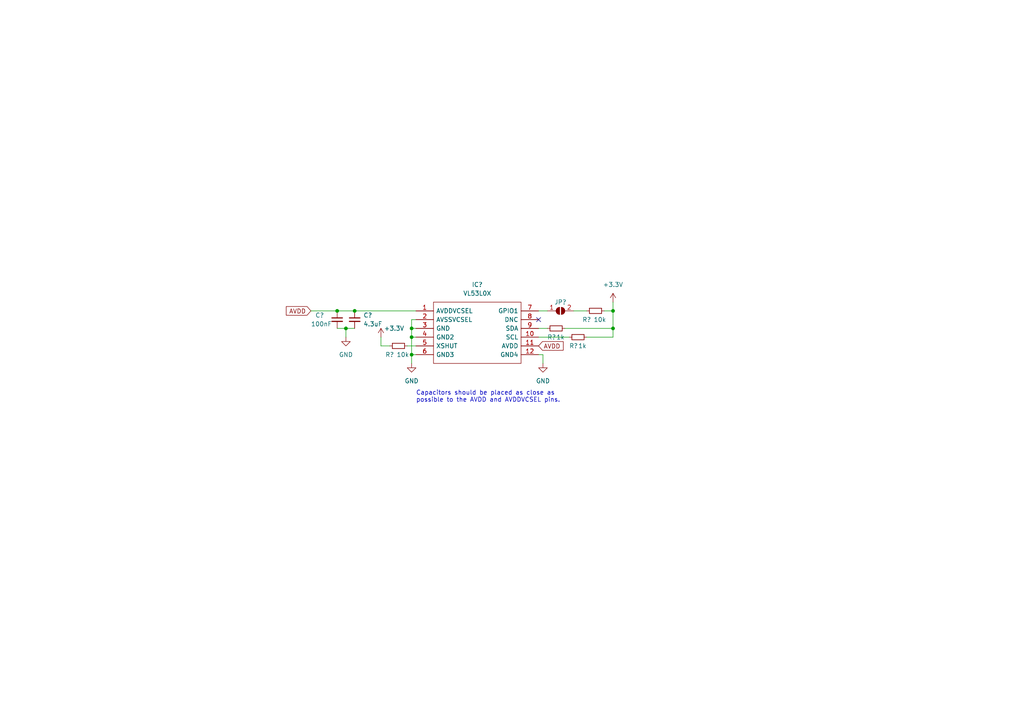
<source format=kicad_sch>
(kicad_sch (version 20211123) (generator eeschema)
  (paper "A4")
  (title_block (title "ESE Project TOF Sensor") (date "2022-10-03") (company "ENSEA"))
  (lib_symbols
    (symbol "Capteur TOF VL53L0X:VL53L0X" (pin_names (offset 0.762))
      (property "Reference" "IC" (at 31.75 7.62 0))
      (property "Value" "VL53L0X" (at 31.75 5.08 0))
      (symbol "VL53L0X_0_0"
        (pin passive line (at 0 0 0) (length 5.08) (name "AVDDVCSEL") (number "1"))
        (pin passive line (at 35.56 -7.62 180) (length 5.08) (name "SCL") (number "10"))
        (pin passive line (at 35.56 -10.16 180) (length 5.08) (name "AVDD") (number "11"))
        (pin passive line (at 35.56 -12.7 180) (length 5.08) (name "GND4") (number "12"))
        (pin passive line (at 0 -2.54 0) (length 5.08) (name "AVSSVCSEL") (number "2"))
        (pin passive line (at 0 -5.08 0) (length 5.08) (name "GND") (number "3"))
        (pin passive line (at 0 -7.62 0) (length 5.08) (name "GND2") (number "4"))
        (pin passive line (at 0 -10.16 0) (length 5.08) (name "XSHUT") (number "5"))
        (pin passive line (at 0 -12.7 0) (length 5.08) (name "GND3") (number "6"))
        (pin passive line (at 35.56 0 180) (length 5.08) (name "GPIO1") (number "7"))
        (pin passive line (at 35.56 -2.54 180) (length 5.08) (name "DNC") (number "8"))
        (pin passive line (at 35.56 -5.08 180) (length 5.08) (name "SDA") (number "9"))
      )
      (symbol "VL53L0X_0_1"
        (polyline (pts (xy 5.08 2.54) (xy 30.48 2.54) (xy 30.48 -15.24) (xy 5.08 -15.24) (xy 5.08 2.54)) (stroke (width 0.1524)))
      )
    )
    (symbol "Device:C_Small" (pin_numbers hide) (pin_names (offset 0.254) hide)
      (property "Reference" "C" (at 0.254 1.778 0))
      (property "Value" "C_Small" (at 0.254 -2.032 0))
      (symbol "C_Small_0_1"
        (polyline (pts (xy -1.524 -0.508) (xy 1.524 -0.508)) (stroke (width 0.3302)))
        (polyline (pts (xy -1.524 0.508) (xy 1.524 0.508)) (stroke (width 0.3048)))
      )
      (symbol "C_Small_1_1"
        (pin passive line (at 0 2.54 270) (length 2.032) (name "~") (number "1"))
        (pin passive line (at 0 -2.54 90) (length 2.032) (name "~") (number "2"))
      )
    )
    (symbol "Device:R_Small" (pin_numbers hide) (pin_names (offset 0.254) hide)
      (property "Reference" "R" (at 0.762 0.508 0))
      (property "Value" "R_Small" (at 0.762 -1.016 0))
      (symbol "R_Small_0_1"
        (rectangle (start -0.762 1.778) (end 0.762 -1.778) (stroke (width 0.2032)))
      )
      (symbol "R_Small_1_1"
        (pin passive line (at 0 2.54 270) (length 0.762) (name "~") (number "1"))
        (pin passive line (at 0 -2.54 90) (length 0.762) (name "~") (number "2"))
      )
    )
    (symbol "Jumper:SolderJumper_2_Open" (pin_names (offset 0) hide)
      (property "Reference" "JP" (at 0 2.032 0))
      (property "Value" "SolderJumper_2_Open" (at 0 -2.54 0))
      (symbol "SolderJumper_2_Open_0_1"
        (arc (start -0.254 1.016) (mid -1.27 0) (end -0.254 -1.016))
        (arc (start -0.254 1.016) (mid -1.27 0) (end -0.254 -1.016) (fill (type outline)))
        (polyline (pts (xy -0.254 1.016) (xy -0.254 -1.016)))
        (polyline (pts (xy 0.254 1.016) (xy 0.254 -1.016)))
        (arc (start 0.254 -1.016) (mid 1.27 0) (end 0.254 1.016))
        (arc (start 0.254 -1.016) (mid 1.27 0) (end 0.254 1.016) (fill (type outline)))
      )
      (symbol "SolderJumper_2_Open_1_1"
        (pin passive line (at -3.81 0 0) (length 2.54) (name "A") (number "1"))
        (pin passive line (at 3.81 0 180) (length 2.54) (name "B") (number "2"))
      )
    )
    (symbol "power:+3.3V" (power) (pin_names (offset 0))
      (property "Value" "+3.3V" (at 0 3.556 0))
      (symbol "+3.3V_0_1"
        (polyline (pts (xy -0.762 1.27) (xy 0 2.54)))
        (polyline (pts (xy 0 0) (xy 0 2.54)))
        (polyline (pts (xy 0 2.54) (xy 0.762 1.27)))
      )
      (symbol "+3.3V_1_1"
        (pin power_in line (at 0 0 90) (length 0) hide (name "+3.3V") (number "1"))
      )
    )
    (symbol "power:GND" (power) (pin_names (offset 0))
      (property "Value" "GND" (at 0 -3.81 0))
      (symbol "GND_0_1"
        (polyline (pts (xy 0 0) (xy 0 -1.27) (xy 1.27 -1.27) (xy 0 -2.54) (xy -1.27 -1.27) (xy 0 -1.27)))
      )
      (symbol "GND_1_1"
        (pin power_in line (at 0 0 270) (length 0) hide (name "GND") (number "1"))
      )
    )
  )
  (junction (at 102.87 90.17))
  (junction (at 100.33 95.25))
  (junction (at 177.8 90.17))
  (junction (at 119.38 97.79))
  (junction (at 97.79 90.17))
  (junction (at 177.8 95.25))
  (junction (at 119.38 102.87))
  (junction (at 119.38 95.25))
  (no_connect (at 156.21 92.71))
  (wire (pts (xy 119.38 95.25) (xy 120.65 95.25)))
  (wire (pts (xy 163.83 95.25) (xy 177.8 95.25)))
  (wire (pts (xy 177.8 97.79) (xy 177.8 95.25)))
  (wire (pts (xy 100.33 95.25) (xy 102.87 95.25)))
  (wire (pts (xy 156.21 90.17) (xy 158.75 90.17)))
  (wire (pts (xy 110.49 97.79) (xy 110.49 100.33)))
  (wire (pts (xy 90.17 90.17) (xy 97.79 90.17)))
  (wire (pts (xy 120.65 92.71) (xy 119.38 92.71)))
  (wire (pts (xy 170.18 97.79) (xy 177.8 97.79)))
  (wire (pts (xy 97.79 90.17) (xy 102.87 90.17)))
  (wire (pts (xy 156.21 102.87) (xy 157.48 102.87)))
  (wire (pts (xy 119.38 97.79) (xy 119.38 102.87)))
  (wire (pts (xy 156.21 95.25) (xy 158.75 95.25)))
  (wire (pts (xy 166.37 90.17) (xy 170.18 90.17)))
  (wire (pts (xy 97.79 95.25) (xy 100.33 95.25)))
  (wire (pts (xy 177.8 95.25) (xy 177.8 90.17)))
  (wire (pts (xy 119.38 102.87) (xy 119.38 105.41)))
  (wire (pts (xy 118.11 100.33) (xy 120.65 100.33)))
  (wire (pts (xy 100.33 95.25) (xy 100.33 97.79)))
  (wire (pts (xy 156.21 97.79) (xy 165.1 97.79)))
  (wire (pts (xy 177.8 90.17) (xy 175.26 90.17)))
  (wire (pts (xy 119.38 92.71) (xy 119.38 95.25)))
  (wire (pts (xy 102.87 90.17) (xy 120.65 90.17)))
  (wire (pts (xy 119.38 97.79) (xy 120.65 97.79)))
  (wire (pts (xy 177.8 87.63) (xy 177.8 90.17)))
  (wire (pts (xy 157.48 102.87) (xy 157.48 105.41)))
  (wire (pts (xy 110.49 100.33) (xy 113.03 100.33)))
  (wire (pts (xy 119.38 95.25) (xy 119.38 97.79)))
  (wire (pts (xy 120.65 102.87) (xy 119.38 102.87)))
  (text "Capacitors should be placed as close as \npossible to the AVDD and AVDDVCSEL pins." (at 120.65 116.84 0) (effects (font (size 1.27 1.27)) (justify left bottom)))
  (global_label "AVDD" (shape input) (at 156.21 100.33 0) (property "Intersheet References" "${INTERSHEET_REFS}" (effects hide)))
  (global_label "AVDD" (shape input) (at 90.17 90.17 180) (property "Intersheet References" "${INTERSHEET_REFS}" (effects hide)))
  (symbol (lib_id "power:GND") (at 119.38 105.41 0) (unit 1)
    (property "Reference" "#PWR?" (effects hide))
    (property "Value" "GND" (at 119.38 110.49 0))
  )
  (symbol (lib_id "Device:R_Small") (at 161.29 95.25 90) (unit 1)
    (property "Reference" "R?" (at 160.02 97.79 90))
    (property "Value" "1k" (at 162.56 97.79 90))
  )
  (symbol (lib_id "Capteur TOF VL53L0X:VL53L0X") (at 120.65 90.17 0) (unit 1)
    (property "Reference" "IC?" (at 138.43 82.55 0))
    (property "Value" "VL53L0X" (at 138.43 85.09 0))
    (property "Footprint" "VL53L0X" (effects hide))
    (property "Datasheet" "https://www.mouser.com/ds/2/389/vl53l0x-1156212.pdf" (effects hide))
    (property "Description" "World smallest Time-of-Flight ranging and gesture detection sensor" (effects hide))
    (property "Height" "1" (effects hide))
    (property "Manufacturer_Name" "STMicroelectronics" (effects hide))
    (property "Manufacturer_Part_Number" "VL53L0X" (effects hide))
    (property "Mouser Part Number" "N/A" (effects hide))
    (property "Mouser Price/Stock" "https://www.mouser.co.uk/ProductDetail/STMicroelectronics/VL53L0X?qs=dTJS0cRn7oi%252BRrRP61aJBQ%3D%3D" (effects hide))
  )
  (symbol (lib_id "Device:C_Small") (at 97.79 92.71 0) (unit 1)
    (property "Reference" "C?" (at 91.44 91.44 0) (effects (justify left)))
    (property "Value" "100nF" (at 90.17 93.98 0) (effects (justify left)))
  )
  (symbol (lib_id "power:GND") (at 100.33 97.79 0) (unit 1)
    (property "Reference" "#PWR?" (effects hide))
    (property "Value" "GND" (at 100.33 102.87 0))
  )
  (symbol (lib_id "Device:R_Small") (at 115.57 100.33 270) (unit 1)
    (property "Reference" "R?" (at 113.03 102.87 90))
    (property "Value" "10k" (at 116.84 102.87 90))
  )
  (symbol (lib_id "Device:R_Small") (at 167.64 97.79 90) (unit 1)
    (property "Reference" "R?" (at 166.37 100.33 90))
    (property "Value" "1k" (at 168.91 100.33 90))
  )
  (symbol (lib_id "power:+3.3V") (at 177.8 87.63 0) (unit 1)
    (property "Reference" "#PWR?" (effects hide))
    (property "Value" "+3.3V" (at 177.8 82.55 0))
  )
  (symbol (lib_id "Device:C_Small") (at 102.87 92.71 0) (unit 1)
    (property "Reference" "C?" (at 105.41 91.44 0) (effects (justify left)))
    (property "Value" "4.3uF" (at 105.41 93.98 0) (effects (justify left)))
  )
  (symbol (lib_id "power:+3.3V") (at 110.49 97.79 0) (unit 1)
    (property "Reference" "#PWR?" (effects hide))
    (property "Value" "+3.3V" (at 114.3 95.25 0))
  )
  (symbol (lib_id "Device:R_Small") (at 172.72 90.17 90) (unit 1)
    (property "Reference" "R?" (at 170.18 92.71 90))
    (property "Value" "10k" (at 173.99 92.71 90))
  )
  (symbol (lib_id "power:GND") (at 157.48 105.41 0) (unit 1)
    (property "Reference" "#PWR?" (effects hide))
    (property "Value" "GND" (at 157.48 110.49 0))
  )
  (symbol (lib_id "Jumper:SolderJumper_2_Open") (at 162.56 90.17 0) (unit 1)
    (property "Reference" "JP?" (at 162.56 87.63 0))
    (property "Value" " " (at 162.56 86.36 0))
  )
)
</source>
